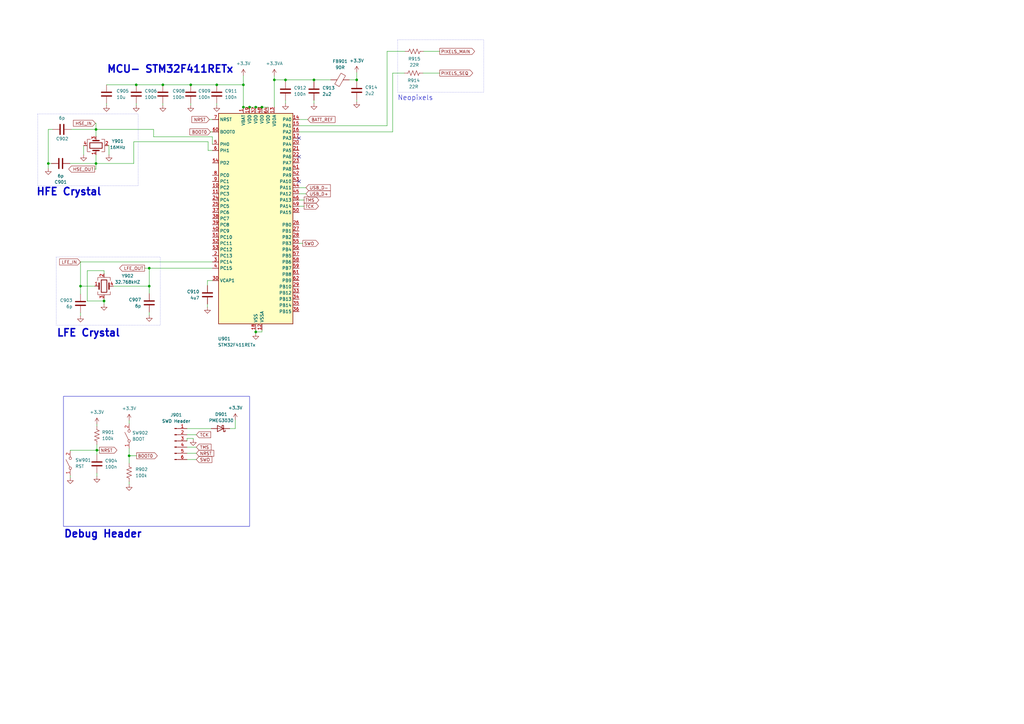
<source format=kicad_sch>
(kicad_sch (version 20231120) (generator "eeschema") (generator_version "8.0")
  (paper "A3")
  (lib_symbols
    (symbol "Connector:Conn_01x06_Pin" (pin_names (offset 1.016) hide)
      (property "Reference" "J" (at 0 7.62 0))
      (property "Value" "Conn_01x06_Pin" (at 0 -10.16 0))
      (symbol "Conn_01x06_Pin_1_1"
        (polyline (pts (xy 1.27 -7.62) (xy 0.8636 -7.62)) (stroke (width 0.1524)))
        (polyline (pts (xy 1.27 -5.08) (xy 0.8636 -5.08)) (stroke (width 0.1524)))
        (polyline (pts (xy 1.27 -2.54) (xy 0.8636 -2.54)) (stroke (width 0.1524)))
        (polyline (pts (xy 1.27 0) (xy 0.8636 0)) (stroke (width 0.1524)))
        (polyline (pts (xy 1.27 2.54) (xy 0.8636 2.54)) (stroke (width 0.1524)))
        (polyline (pts (xy 1.27 5.08) (xy 0.8636 5.08)) (stroke (width 0.1524)))
        (rectangle (start 0.8636 -7.493) (end 0 -7.747) (stroke (width 0.1524)) (fill (type outline)))
        (rectangle (start 0.8636 -4.953) (end 0 -5.207) (stroke (width 0.1524)) (fill (type outline)))
        (rectangle (start 0.8636 -2.413) (end 0 -2.667) (stroke (width 0.1524)) (fill (type outline)))
        (rectangle (start 0.8636 0.127) (end 0 -0.127) (stroke (width 0.1524)) (fill (type outline)))
        (rectangle (start 0.8636 2.667) (end 0 2.413) (stroke (width 0.1524)) (fill (type outline)))
        (rectangle (start 0.8636 5.207) (end 0 4.953) (stroke (width 0.1524)) (fill (type outline)))
        (pin passive line (at 5.08 5.08 180) (length 3.81) (name "Pin_1") (number "1"))
        (pin passive line (at 5.08 2.54 180) (length 3.81) (name "Pin_2") (number "2"))
        (pin passive line (at 5.08 0 180) (length 3.81) (name "Pin_3") (number "3"))
        (pin passive line (at 5.08 -2.54 180) (length 3.81) (name "Pin_4") (number "4"))
        (pin passive line (at 5.08 -5.08 180) (length 3.81) (name "Pin_5") (number "5"))
        (pin passive line (at 5.08 -7.62 180) (length 3.81) (name "Pin_6") (number "6"))
      )
    )
    (symbol "Device:C" (pin_numbers hide) (pin_names (offset 0.254))
      (property "Reference" "C" (at 0.635 2.54 0))
      (property "Value" "C" (at 0.635 -2.54 0))
      (symbol "C_0_1"
        (polyline (pts (xy -2.032 -0.762) (xy 2.032 -0.762)) (stroke (width 0.508)))
        (polyline (pts (xy -2.032 0.762) (xy 2.032 0.762)) (stroke (width 0.508)))
      )
      (symbol "C_1_1"
        (pin passive line (at 0 3.81 270) (length 2.794) (name "~") (number "1"))
        (pin passive line (at 0 -3.81 90) (length 2.794) (name "~") (number "2"))
      )
    )
    (symbol "Device:Crystal_GND23" (pin_names (offset 1.016) hide)
      (property "Reference" "Y" (at 3.175 5.08 0))
      (property "Value" "Crystal_GND23" (at 3.175 3.175 0))
      (symbol "Crystal_GND23_0_1"
        (rectangle (start -1.143 2.54) (end 1.143 -2.54) (stroke (width 0.3048)))
        (polyline (pts (xy -2.54 0) (xy -2.032 0)))
        (polyline (pts (xy -2.032 -1.27) (xy -2.032 1.27)) (stroke (width 0.508)))
        (polyline (pts (xy 0 -3.81) (xy 0 -3.556)))
        (polyline (pts (xy 0 3.556) (xy 0 3.81)))
        (polyline (pts (xy 2.032 -1.27) (xy 2.032 1.27)) (stroke (width 0.508)))
        (polyline (pts (xy 2.032 0) (xy 2.54 0)))
        (polyline (pts (xy -2.54 -2.286) (xy -2.54 -3.556) (xy 2.54 -3.556) (xy 2.54 -2.286)))
        (polyline (pts (xy -2.54 2.286) (xy -2.54 3.556) (xy 2.54 3.556) (xy 2.54 2.286)))
      )
      (symbol "Crystal_GND23_1_1"
        (pin passive line (at -3.81 0 0) (length 1.27) (name "1") (number "1"))
        (pin passive line (at 0 5.08 270) (length 1.27) (name "2") (number "2"))
        (pin passive line (at 0 -5.08 90) (length 1.27) (name "3") (number "3"))
        (pin passive line (at 3.81 0 180) (length 1.27) (name "4") (number "4"))
      )
    )
    (symbol "Device:Crystal_GND24" (pin_names (offset 1.016) hide)
      (property "Reference" "Y" (at 3.175 5.08 0))
      (property "Value" "Crystal_GND24" (at 3.175 3.175 0))
      (symbol "Crystal_GND24_0_1"
        (rectangle (start -1.143 2.54) (end 1.143 -2.54) (stroke (width 0.3048)))
        (polyline (pts (xy -2.54 0) (xy -2.032 0)))
        (polyline (pts (xy -2.032 -1.27) (xy -2.032 1.27)) (stroke (width 0.508)))
        (polyline (pts (xy 0 -3.81) (xy 0 -3.556)))
        (polyline (pts (xy 0 3.556) (xy 0 3.81)))
        (polyline (pts (xy 2.032 -1.27) (xy 2.032 1.27)) (stroke (width 0.508)))
        (polyline (pts (xy 2.032 0) (xy 2.54 0)))
        (polyline (pts (xy -2.54 -2.286) (xy -2.54 -3.556) (xy 2.54 -3.556) (xy 2.54 -2.286)))
        (polyline (pts (xy -2.54 2.286) (xy -2.54 3.556) (xy 2.54 3.556) (xy 2.54 2.286)))
      )
      (symbol "Crystal_GND24_1_1"
        (pin passive line (at -3.81 0 0) (length 1.27) (name "1") (number "1"))
        (pin passive line (at 0 5.08 270) (length 1.27) (name "2") (number "2"))
        (pin passive line (at 3.81 0 180) (length 1.27) (name "3") (number "3"))
        (pin passive line (at 0 -5.08 90) (length 1.27) (name "4") (number "4"))
      )
    )
    (symbol "Device:D_Schottky" (pin_numbers hide) (pin_names (offset 1.016) hide)
      (property "Reference" "D" (at 0 2.54 0))
      (property "Value" "D_Schottky" (at 0 -2.54 0))
      (symbol "D_Schottky_0_1"
        (polyline (pts (xy 1.27 0) (xy -1.27 0)))
        (polyline (pts (xy 1.27 1.27) (xy 1.27 -1.27) (xy -1.27 0) (xy 1.27 1.27)) (stroke (width 0.254)))
        (polyline (pts (xy -1.905 0.635) (xy -1.905 1.27) (xy -1.27 1.27) (xy -1.27 -1.27) (xy -0.635 -1.27) (xy -0.635 -0.635)) (stroke (width 0.254)))
      )
      (symbol "D_Schottky_1_1"
        (pin passive line (at -3.81 0 0) (length 2.54) (name "K") (number "1"))
        (pin passive line (at 3.81 0 180) (length 2.54) (name "A") (number "2"))
      )
    )
    (symbol "Device:FerriteBead" (pin_numbers hide) (pin_names (offset 0))
      (property "Reference" "FB" (at -3.81 0.635 90))
      (property "Value" "FerriteBead" (at 3.81 0 90))
      (symbol "FerriteBead_0_1"
        (polyline (pts (xy 0 -1.27) (xy 0 -1.2192)))
        (polyline (pts (xy 0 1.27) (xy 0 1.2954)))
        (polyline (pts (xy -2.7686 0.4064) (xy -1.7018 2.2606) (xy 2.7686 -0.3048) (xy 1.6764 -2.159) (xy -2.7686 0.4064)))
      )
      (symbol "FerriteBead_1_1"
        (pin passive line (at 0 3.81 270) (length 2.54) (name "~") (number "1"))
        (pin passive line (at 0 -3.81 90) (length 2.54) (name "~") (number "2"))
      )
    )
    (symbol "Device:R_US" (pin_numbers hide) (pin_names (offset 0))
      (property "Reference" "R" (at 2.54 0 90))
      (property "Value" "R_US" (at -2.54 0 90))
      (symbol "R_US_0_1"
        (polyline (pts (xy 0 -2.286) (xy 0 -2.54)))
        (polyline (pts (xy 0 2.286) (xy 0 2.54)))
        (polyline (pts (xy 0 -0.762) (xy 1.016 -1.143) (xy 0 -1.524) (xy -1.016 -1.905) (xy 0 -2.286)))
        (polyline (pts (xy 0 0.762) (xy 1.016 0.381) (xy 0 0) (xy -1.016 -0.381) (xy 0 -0.762)))
        (polyline (pts (xy 0 2.286) (xy 1.016 1.905) (xy 0 1.524) (xy -1.016 1.143) (xy 0 0.762)))
      )
      (symbol "R_US_1_1"
        (pin passive line (at 0 3.81 270) (length 1.27) (name "~") (number "1"))
        (pin passive line (at 0 -3.81 90) (length 1.27) (name "~") (number "2"))
      )
    )
    (symbol "MCU_ST_STM32F4:STM32F411RETx"
      (property "Reference" "U" (at -15.24 44.45 0))
      (property "Value" "STM32F411RETx" (at 10.16 44.45 0))
      (symbol "STM32F411RETx_0_1"
        (rectangle (start -15.24 -43.18) (end 15.24 43.18) (stroke (width 0.254)) (fill (type background)))
      )
      (symbol "STM32F411RETx_1_1"
        (pin power_in line (at -5.08 45.72 270) (length 2.54) (name "VBAT") (number "1"))
        (pin bidirectional line (at -17.78 12.7 0) (length 2.54) (name "PC2") (number "10"))
        (pin bidirectional line (at -17.78 10.16 0) (length 2.54) (name "PC3") (number "11"))
        (pin power_in line (at 2.54 -45.72 90) (length 2.54) (name "VSSA") (number "12"))
        (pin power_in line (at 7.62 45.72 270) (length 2.54) (name "VDDA") (number "13"))
        (pin bidirectional line (at 17.78 40.64 180) (length 2.54) (name "PA0") (number "14"))
        (pin bidirectional line (at 17.78 38.1 180) (length 2.54) (name "PA1") (number "15"))
        (pin bidirectional line (at 17.78 35.56 180) (length 2.54) (name "PA2") (number "16"))
        (pin bidirectional line (at 17.78 33.02 180) (length 2.54) (name "PA3") (number "17"))
        (pin power_in line (at 0 -45.72 90) (length 2.54) (name "VSS") (number "18"))
        (pin power_in line (at -2.54 45.72 270) (length 2.54) (name "VDD") (number "19"))
        (pin bidirectional line (at -17.78 -15.24 0) (length 2.54) (name "PC13") (number "2"))
        (pin bidirectional line (at 17.78 30.48 180) (length 2.54) (name "PA4") (number "20"))
        (pin bidirectional line (at 17.78 27.94 180) (length 2.54) (name "PA5") (number "21"))
        (pin bidirectional line (at 17.78 25.4 180) (length 2.54) (name "PA6") (number "22"))
        (pin bidirectional line (at 17.78 22.86 180) (length 2.54) (name "PA7") (number "23"))
        (pin bidirectional line (at -17.78 7.62 0) (length 2.54) (name "PC4") (number "24"))
        (pin bidirectional line (at -17.78 5.08 0) (length 2.54) (name "PC5") (number "25"))
        (pin bidirectional line (at 17.78 -2.54 180) (length 2.54) (name "PB0") (number "26"))
        (pin bidirectional line (at 17.78 -5.08 180) (length 2.54) (name "PB1") (number "27"))
        (pin bidirectional line (at 17.78 -7.62 180) (length 2.54) (name "PB2") (number "28"))
        (pin bidirectional line (at 17.78 -27.94 180) (length 2.54) (name "PB10") (number "29"))
        (pin bidirectional line (at -17.78 -17.78 0) (length 2.54) (name "PC14") (number "3"))
        (pin power_out line (at -17.78 -25.4 0) (length 2.54) (name "VCAP1") (number "30"))
        (pin passive line (at 0 -45.72 90) (length 2.54) hide (name "VSS") (number "31"))
        (pin power_in line (at 0 45.72 270) (length 2.54) (name "VDD") (number "32"))
        (pin bidirectional line (at 17.78 -30.48 180) (length 2.54) (name "PB12") (number "33"))
        (pin bidirectional line (at 17.78 -33.02 180) (length 2.54) (name "PB13") (number "34"))
        (pin bidirectional line (at 17.78 -35.56 180) (length 2.54) (name "PB14") (number "35"))
        (pin bidirectional line (at 17.78 -38.1 180) (length 2.54) (name "PB15") (number "36"))
        (pin bidirectional line (at -17.78 2.54 0) (length 2.54) (name "PC6") (number "37"))
        (pin bidirectional line (at -17.78 0 0) (length 2.54) (name "PC7") (number "38"))
        (pin bidirectional line (at -17.78 -2.54 0) (length 2.54) (name "PC8") (number "39"))
        (pin bidirectional line (at -17.78 -20.32 0) (length 2.54) (name "PC15") (number "4"))
        (pin bidirectional line (at -17.78 -5.08 0) (length 2.54) (name "PC9") (number "40"))
        (pin bidirectional line (at 17.78 20.32 180) (length 2.54) (name "PA8") (number "41"))
        (pin bidirectional line (at 17.78 17.78 180) (length 2.54) (name "PA9") (number "42"))
        (pin bidirectional line (at 17.78 15.24 180) (length 2.54) (name "PA10") (number "43"))
        (pin bidirectional line (at 17.78 12.7 180) (length 2.54) (name "PA11") (number "44"))
        (pin bidirectional line (at 17.78 10.16 180) (length 2.54) (name "PA12") (number "45"))
        (pin bidirectional line (at 17.78 7.62 180) (length 2.54) (name "PA13") (number "46"))
        (pin passive line (at 0 -45.72 90) (length 2.54) hide (name "VSS") (number "47"))
        (pin power_in line (at 2.54 45.72 270) (length 2.54) (name "VDD") (number "48"))
        (pin bidirectional line (at 17.78 5.08 180) (length 2.54) (name "PA14") (number "49"))
        (pin bidirectional line (at -17.78 30.48 0) (length 2.54) (name "PH0") (number "5"))
        (pin bidirectional line (at 17.78 2.54 180) (length 2.54) (name "PA15") (number "50"))
        (pin bidirectional line (at -17.78 -7.62 0) (length 2.54) (name "PC10") (number "51"))
        (pin bidirectional line (at -17.78 -10.16 0) (length 2.54) (name "PC11") (number "52"))
        (pin bidirectional line (at -17.78 -12.7 0) (length 2.54) (name "PC12") (number "53"))
        (pin bidirectional line (at -17.78 22.86 0) (length 2.54) (name "PD2") (number "54"))
        (pin bidirectional line (at 17.78 -10.16 180) (length 2.54) (name "PB3") (number "55"))
        (pin bidirectional line (at 17.78 -12.7 180) (length 2.54) (name "PB4") (number "56"))
        (pin bidirectional line (at 17.78 -15.24 180) (length 2.54) (name "PB5") (number "57"))
        (pin bidirectional line (at 17.78 -17.78 180) (length 2.54) (name "PB6") (number "58"))
        (pin bidirectional line (at 17.78 -20.32 180) (length 2.54) (name "PB7") (number "59"))
        (pin bidirectional line (at -17.78 27.94 0) (length 2.54) (name "PH1") (number "6"))
        (pin input line (at -17.78 35.56 0) (length 2.54) (name "BOOT0") (number "60"))
        (pin bidirectional line (at 17.78 -22.86 180) (length 2.54) (name "PB8") (number "61"))
        (pin bidirectional line (at 17.78 -25.4 180) (length 2.54) (name "PB9") (number "62"))
        (pin passive line (at 0 -45.72 90) (length 2.54) hide (name "VSS") (number "63"))
        (pin power_in line (at 5.08 45.72 270) (length 2.54) (name "VDD") (number "64"))
        (pin input line (at -17.78 40.64 0) (length 2.54) (name "NRST") (number "7"))
        (pin bidirectional line (at -17.78 17.78 0) (length 2.54) (name "PC0") (number "8"))
        (pin bidirectional line (at -17.78 15.24 0) (length 2.54) (name "PC1") (number "9"))
      )
    )
    (symbol "Switch:SW_SPST" (pin_names (offset 0) hide)
      (property "Reference" "SW" (at 0 3.175 0))
      (property "Value" "SW_SPST" (at 0 -2.54 0))
      (symbol "SW_SPST_0_0"
        (circle (center -2.032 0) (radius 0.508))
        (polyline (pts (xy -1.524 0.254) (xy 1.524 1.778)))
        (circle (center 2.032 0) (radius 0.508))
      )
      (symbol "SW_SPST_1_1"
        (pin passive line (at -5.08 0 0) (length 2.54) (name "A") (number "1"))
        (pin passive line (at 5.08 0 180) (length 2.54) (name "B") (number "2"))
      )
    )
    (symbol "power:+3.3V" (power) (pin_names (offset 0))
      (property "Value" "+3.3V" (at 0 3.556 0))
      (symbol "+3.3V_0_1"
        (polyline (pts (xy -0.762 1.27) (xy 0 2.54)))
        (polyline (pts (xy 0 0) (xy 0 2.54)))
        (polyline (pts (xy 0 2.54) (xy 0.762 1.27)))
      )
      (symbol "+3.3V_1_1"
        (pin power_in line (at 0 0 90) (length 0) hide (name "+3.3V") (number "1"))
      )
    )
    (symbol "power:+3.3VA" (power) (pin_names (offset 0))
      (property "Value" "+3.3VA" (at 0 3.556 0))
      (symbol "+3.3VA_0_1"
        (polyline (pts (xy -0.762 1.27) (xy 0 2.54)))
        (polyline (pts (xy 0 0) (xy 0 2.54)))
        (polyline (pts (xy 0 2.54) (xy 0.762 1.27)))
      )
      (symbol "+3.3VA_1_1"
        (pin power_in line (at 0 0 90) (length 0) hide (name "+3.3VA") (number "1"))
      )
    )
    (symbol "power:GND" (power) (pin_names (offset 0))
      (symbol "GND_0_1"
        (polyline (pts (xy 0 0) (xy 0 -1.27) (xy 1.27 -1.27) (xy 0 -2.54) (xy -1.27 -1.27) (xy 0 -1.27)))
      )
      (symbol "GND_1_1"
        (pin power_in line (at 0 0 270) (length 0) hide (name "GND") (number "1"))
      )
    )
  )
  (junction (at 146.304 32.766))
  (junction (at 39.751 184.658))
  (junction (at 78.232 34.798))
  (junction (at 99.822 34.798))
  (junction (at 66.802 34.798))
  (junction (at 39.37 53.086))
  (junction (at 99.822 43.942))
  (junction (at 33.02 117.348))
  (junction (at 102.362 43.942))
  (junction (at 52.959 186.944))
  (junction (at 107.442 43.942))
  (junction (at 55.88 34.798))
  (junction (at 112.522 32.766))
  (junction (at 88.9 34.798))
  (junction (at 104.902 136.144))
  (junction (at 39.37 67.056))
  (junction (at 42.672 123.444))
  (junction (at 61.214 109.982))
  (junction (at 19.812 67.056))
  (junction (at 117.094 32.766))
  (junction (at 104.902 43.942))
  (junction (at 128.778 32.766))
  (junction (at 61.214 117.348))
  (no_connect (at 122.682 74.422))
  (no_connect (at 122.682 64.262))
  (no_connect (at 122.682 56.642))
  (wire (pts (xy 52.959 172.466) (xy 52.959 173.736)))
  (wire (pts (xy 99.822 43.942) (xy 102.362 43.942)))
  (wire (pts (xy 39.37 53.086) (xy 39.37 55.88)))
  (wire (pts (xy 61.214 128.016) (xy 61.214 129.286)))
  (wire (pts (xy 99.822 30.988) (xy 99.822 34.798)))
  (wire (pts (xy 117.094 32.766) (xy 117.094 33.528)))
  (wire (pts (xy 33.02 107.442) (xy 87.122 107.442)))
  (wire (pts (xy 96.52 175.768) (xy 96.52 172.212)))
  (wire (pts (xy 43.688 42.418) (xy 43.688 43.18)))
  (wire (pts (xy 76.708 180.848) (xy 76.708 179.832)))
  (wire (pts (xy 38.862 69.342) (xy 39.37 69.342)))
  (wire (pts (xy 117.094 32.766) (xy 128.778 32.766)))
  (wire (pts (xy 62.992 56.134) (xy 87.122 56.134)))
  (wire (pts (xy 44.704 59.69) (xy 44.45 59.69)))
  (wire (pts (xy 76.708 183.388) (xy 80.518 183.388)))
  (wire (pts (xy 61.214 109.982) (xy 61.214 117.348)))
  (wire (pts (xy 99.822 34.798) (xy 99.822 43.942)))
  (wire (pts (xy 102.362 43.942) (xy 104.902 43.942)))
  (wire (pts (xy 104.902 135.382) (xy 104.902 136.144)))
  (wire (pts (xy 39.37 53.086) (xy 62.992 53.086)))
  (wire (pts (xy 143.256 32.766) (xy 146.304 32.766)))
  (wire (pts (xy 78.232 34.798) (xy 88.9 34.798)))
  (wire (pts (xy 35.814 110.998) (xy 35.814 123.444)))
  (wire (pts (xy 112.522 30.988) (xy 112.522 32.766)))
  (wire (pts (xy 122.682 79.502) (xy 125.476 79.502)))
  (wire (pts (xy 107.442 135.382) (xy 107.442 136.144)))
  (wire (pts (xy 66.802 34.798) (xy 78.232 34.798)))
  (wire (pts (xy 112.522 32.766) (xy 112.522 43.942)))
  (wire (pts (xy 19.812 67.056) (xy 19.812 53.086)))
  (wire (pts (xy 88.9 34.798) (xy 99.822 34.798)))
  (wire (pts (xy 85.344 61.722) (xy 85.344 58.166)))
  (wire (pts (xy 104.902 136.144) (xy 104.902 136.652)))
  (wire (pts (xy 28.829 184.658) (xy 39.751 184.658)))
  (wire (pts (xy 173.736 21.082) (xy 180.34 21.082)))
  (wire (pts (xy 39.751 182.372) (xy 39.751 184.658)))
  (wire (pts (xy 122.682 99.822) (xy 124.206 99.822)))
  (wire (pts (xy 42.672 122.428) (xy 42.672 123.444)))
  (wire (pts (xy 128.778 32.766) (xy 135.636 32.766)))
  (wire (pts (xy 43.688 34.798) (xy 55.88 34.798)))
  (wire (pts (xy 85.09 124.714) (xy 85.09 125.984)))
  (wire (pts (xy 86.36 54.102) (xy 87.122 54.102)))
  (wire (pts (xy 33.02 117.348) (xy 33.02 120.65)))
  (wire (pts (xy 28.829 195.072) (xy 28.829 195.834)))
  (wire (pts (xy 42.672 110.998) (xy 35.814 110.998)))
  (wire (pts (xy 158.75 51.562) (xy 122.682 51.562)))
  (wire (pts (xy 33.02 128.27) (xy 33.02 129.54)))
  (wire (pts (xy 173.482 29.972) (xy 180.34 29.972)))
  (wire (pts (xy 146.304 29.718) (xy 146.304 32.766)))
  (wire (pts (xy 19.812 53.086) (xy 21.59 53.086)))
  (wire (pts (xy 161.036 29.972) (xy 165.862 29.972)))
  (wire (pts (xy 79.248 179.832) (xy 79.248 180.213)))
  (wire (pts (xy 107.442 136.144) (xy 104.902 136.144)))
  (wire (pts (xy 158.75 21.082) (xy 166.116 21.082)))
  (wire (pts (xy 39.37 67.056) (xy 54.864 67.056)))
  (wire (pts (xy 52.959 186.944) (xy 56.007 186.944)))
  (wire (pts (xy 52.959 183.896) (xy 52.959 186.944)))
  (wire (pts (xy 128.778 41.148) (xy 128.778 42.418)))
  (wire (pts (xy 39.751 194.056) (xy 39.751 195.326)))
  (wire (pts (xy 28.829 184.912) (xy 28.829 184.658)))
  (wire (pts (xy 76.708 179.832) (xy 79.248 179.832)))
  (wire (pts (xy 52.959 186.944) (xy 52.959 189.992)))
  (wire (pts (xy 161.036 54.102) (xy 161.036 29.972)))
  (wire (pts (xy 29.21 53.086) (xy 39.37 53.086)))
  (wire (pts (xy 78.232 42.418) (xy 78.232 43.18)))
  (wire (pts (xy 39.37 63.5) (xy 39.37 67.056)))
  (wire (pts (xy 76.708 175.768) (xy 86.614 175.768)))
  (wire (pts (xy 158.75 51.562) (xy 158.75 21.082)))
  (wire (pts (xy 87.122 61.722) (xy 85.344 61.722)))
  (wire (pts (xy 76.708 178.308) (xy 80.518 178.308)))
  (wire (pts (xy 62.992 53.086) (xy 62.992 56.134)))
  (wire (pts (xy 38.862 117.348) (xy 33.02 117.348)))
  (wire (pts (xy 128.778 32.766) (xy 128.778 33.528)))
  (wire (pts (xy 42.672 123.444) (xy 42.672 124.714)))
  (wire (pts (xy 39.37 67.056) (xy 39.37 69.342)))
  (wire (pts (xy 35.814 123.444) (xy 42.672 123.444)))
  (wire (pts (xy 39.116 50.546) (xy 39.37 50.546)))
  (wire (pts (xy 76.708 185.928) (xy 80.518 185.928)))
  (wire (pts (xy 85.09 117.094) (xy 85.09 115.062)))
  (wire (pts (xy 146.304 40.894) (xy 146.304 41.656)))
  (wire (pts (xy 122.682 76.962) (xy 125.476 76.962)))
  (wire (pts (xy 107.442 43.942) (xy 109.982 43.942)))
  (wire (pts (xy 55.88 42.418) (xy 55.88 43.18)))
  (wire (pts (xy 19.812 67.056) (xy 21.082 67.056)))
  (wire (pts (xy 61.214 117.348) (xy 61.214 120.396)))
  (wire (pts (xy 117.094 41.148) (xy 117.094 42.418)))
  (wire (pts (xy 122.682 82.042) (xy 124.714 82.042)))
  (wire (pts (xy 76.708 188.468) (xy 80.518 188.468)))
  (wire (pts (xy 94.234 175.768) (xy 96.52 175.768)))
  (wire (pts (xy 59.309 109.982) (xy 61.214 109.982)))
  (wire (pts (xy 28.702 67.056) (xy 39.37 67.056)))
  (wire (pts (xy 42.672 112.268) (xy 42.672 110.998)))
  (wire (pts (xy 85.344 58.166) (xy 54.864 58.166)))
  (wire (pts (xy 85.09 115.062) (xy 87.122 115.062)))
  (wire (pts (xy 33.02 107.442) (xy 33.02 117.348)))
  (wire (pts (xy 54.864 58.166) (xy 54.864 67.056)))
  (wire (pts (xy 122.682 49.022) (xy 126.238 49.022)))
  (wire (pts (xy 122.682 54.102) (xy 161.036 54.102)))
  (wire (pts (xy 39.751 173.99) (xy 39.751 174.752)))
  (wire (pts (xy 39.37 50.546) (xy 39.37 53.086)))
  (wire (pts (xy 61.214 117.348) (xy 46.482 117.348)))
  (wire (pts (xy 39.751 184.658) (xy 39.751 186.436)))
  (wire (pts (xy 85.852 49.022) (xy 87.122 49.022)))
  (wire (pts (xy 55.88 34.798) (xy 66.802 34.798)))
  (wire (pts (xy 34.29 59.69) (xy 34.29 63.5)))
  (wire (pts (xy 52.959 197.612) (xy 52.959 198.628)))
  (wire (pts (xy 112.522 32.766) (xy 117.094 32.766)))
  (wire (pts (xy 87.122 56.134) (xy 87.122 59.182)))
  (wire (pts (xy 44.704 63.5) (xy 44.704 59.69)))
  (wire (pts (xy 104.902 43.942) (xy 107.442 43.942)))
  (wire (pts (xy 19.812 69.088) (xy 19.812 67.056)))
  (wire (pts (xy 122.682 84.582) (xy 124.714 84.582)))
  (wire (pts (xy 66.802 42.418) (xy 66.802 43.18)))
  (wire (pts (xy 146.304 32.766) (xy 146.304 33.274)))
  (wire (pts (xy 88.9 42.418) (xy 88.9 43.18)))
  (wire (pts (xy 39.751 184.658) (xy 40.767 184.658)))
  (wire (pts (xy 61.214 109.982) (xy 87.122 109.982)))
  (rectangle (start 163.068 16.256) (end 198.374 37.846) (stroke (width 0) (type dot)))
  (rectangle (start 23.114 105.41) (end 65.786 133.35) (stroke (width 0) (type dot)))
  (rectangle (start 15.494 46.736) (end 56.642 76.2) (stroke (width 0) (type dot)))
  (rectangle (start 26.035 162.56) (end 102.362 215.9))
  (text "Debug Header" (at 26.035 220.853 0) (effects (font (size 3 3) (thickness 0.6) (bold yes)) (justify left bottom)))
  (text "LFE Crystal" (at 23.114 138.43 0) (effects (font (size 3 3) (thickness 0.6) (bold yes)) (justify left bottom)))
  (text "MCU- STM32F411RETx" (at 43.688 30.226 0) (effects (font (size 3 3) (thickness 0.6) (bold yes)) (justify left bottom)))
  (text "HFE Crystal" (at 14.732 80.518 0) (effects (font (size 3 3) (thickness 0.6) (bold yes)) (justify left bottom)))
  (text "Neopixels" (at 163.068 41.402 0) (effects (font (size 2 2)) (justify left bottom)))
  (global_label "SWO" (shape output) (at 124.206 99.822 0) (property "Intersheetrefs" "${INTERSHEET_REFS}" (effects (hide yes))))
  (global_label "TMS" (shape output) (at 124.714 82.042 0) (property "Intersheetrefs" "${INTERSHEET_REFS}" (effects (hide yes))))
  (global_label "PIXELS_SEQ" (shape output) (at 180.34 29.972 0) (property "Intersheetrefs" "${INTERSHEET_REFS}" (effects (hide yes))))
  (global_label "TCK" (shape input) (at 80.518 178.308 0) (property "Intersheetrefs" "${INTERSHEET_REFS}" (effects (hide yes))))
  (global_label "NRST" (shape output) (at 40.767 184.658 0) (property "Intersheetrefs" "${INTERSHEET_REFS}" (effects (hide yes))))
  (global_label "HSE_OUT" (shape output) (at 38.862 69.342 180) (property "Intersheetrefs" "${INTERSHEET_REFS}" (effects (hide yes))))
  (global_label "HSE_IN" (shape input) (at 39.116 50.546 180) (property "Intersheetrefs" "${INTERSHEET_REFS}" (effects (hide yes))))
  (global_label "TMS" (shape input) (at 80.518 183.388 0) (property "Intersheetrefs" "${INTERSHEET_REFS}" (effects (hide yes))))
  (global_label "BOOT0" (shape input) (at 86.36 54.102 180) (property "Intersheetrefs" "${INTERSHEET_REFS}" (effects (hide yes))))
  (global_label "BOOT0" (shape output) (at 56.007 186.944 0) (property "Intersheetrefs" "${INTERSHEET_REFS}" (effects (hide yes))))
  (global_label "BATT_REF" (shape input) (at 126.238 49.022 0) (property "Intersheetrefs" "${INTERSHEET_REFS}" (effects (hide yes))))
  (global_label "LFE_OUT" (shape output) (at 59.309 109.982 180) (property "Intersheetrefs" "${INTERSHEET_REFS}" (effects (hide yes))))
  (global_label "SWO" (shape input) (at 80.518 188.468 0) (property "Intersheetrefs" "${INTERSHEET_REFS}" (effects (hide yes))))
  (global_label "NRST" (shape input) (at 80.518 185.928 0) (property "Intersheetrefs" "${INTERSHEET_REFS}" (effects (hide yes))))
  (global_label "LFE_IN" (shape input) (at 33.02 107.442 180) (property "Intersheetrefs" "${INTERSHEET_REFS}" (effects (hide yes))))
  (global_label "USB_D+" (shape input) (at 125.476 79.502 0) (property "Intersheetrefs" "${INTERSHEET_REFS}" (effects (hide yes))))
  (global_label "TCK" (shape output) (at 124.714 84.582 0) (property "Intersheetrefs" "${INTERSHEET_REFS}" (effects (hide yes))))
  (global_label "PIXELS_MAIN" (shape output) (at 180.34 21.082 0) (property "Intersheetrefs" "${INTERSHEET_REFS}" (effects (hide yes))))
  (global_label "USB_D-" (shape input) (at 125.476 76.962 0) (property "Intersheetrefs" "${INTERSHEET_REFS}" (effects (hide yes))))
  (global_label "NRST" (shape input) (at 85.852 49.022 180) (property "Intersheetrefs" "${INTERSHEET_REFS}" (effects (hide yes))))
  (symbol (lib_id "power:GND") (at 28.829 195.834 0) (mirror y) (unit 1)
    (property "Reference" "#PWR0902" (effects (hide yes)))
    (property "Value" "GND" (effects (hide yes)))
  )
  (symbol (lib_id "Device:FerriteBead") (at 139.446 32.766 270) (unit 1)
    (property "Reference" "FB901" (at 139.4968 25.146 90))
    (property "Value" "90R" (at 139.4968 27.686 90))
    (property "Footprint" "Inductor_SMD:L_0805_2012Metric" (effects (hide yes)))
  )
  (symbol (lib_id "power:GND") (at 61.214 129.286 0) (unit 1)
    (property "Reference" "#PWR0913" (effects (hide yes)))
    (property "Value" "GND" (effects (hide yes)))
  )
  (symbol (lib_id "Device:C") (at 85.09 120.904 0) (unit 1)
    (property "Reference" "C910" (at 81.788 119.634 0) (effects (justify right)))
    (property "Value" "4u7" (at 81.788 122.174 0) (effects (justify right)))
    (property "Footprint" "Capacitor_SMD:C_0805_2012Metric" (effects (hide yes)))
  )
  (symbol (lib_id "Device:R_US") (at 39.751 178.562 0) (unit 1)
    (property "Reference" "R901" (at 41.783 177.292 0) (effects (justify left)))
    (property "Value" "100k" (at 41.783 179.832 0) (effects (justify left)))
    (property "Footprint" "Resistor_SMD:R_0805_2012Metric" (effects (hide yes)))
  )
  (symbol (lib_id "Device:R_US") (at 52.959 193.802 0) (unit 1)
    (property "Reference" "R902" (at 55.499 192.532 0) (effects (justify left)))
    (property "Value" "100k" (at 55.499 195.072 0) (effects (justify left)))
    (property "Footprint" "Resistor_SMD:R_0805_2012Metric" (effects (hide yes)))
  )
  (symbol (lib_id "power:GND") (at 104.902 136.652 0) (unit 1)
    (property "Reference" "#PWR0921" (effects (hide yes)))
    (property "Value" "GND" (effects (hide yes)))
  )
  (symbol (lib_id "Device:C") (at 146.304 37.084 0) (unit 1)
    (property "Reference" "C914" (at 149.733 35.814 0) (effects (justify left)))
    (property "Value" "2u2" (at 149.733 38.354 0) (effects (justify left)))
    (property "Footprint" "Capacitor_SMD:C_0805_2012Metric" (effects (hide yes)))
  )
  (symbol (lib_id "power:+3.3V") (at 146.304 29.718 0) (unit 1)
    (property "Reference" "#PWR0925" (effects (hide yes)))
    (property "Value" "+3.3V" (at 146.304 24.892 0))
  )
  (symbol (lib_id "Device:C") (at 24.892 67.056 90) (mirror x) (unit 1)
    (property "Reference" "C901" (at 24.892 74.676 90))
    (property "Value" "6p" (at 24.892 72.136 90))
    (property "Footprint" "Capacitor_SMD:C_0805_2012Metric" (effects (hide yes)))
  )
  (symbol (lib_id "power:GND") (at 85.09 125.984 0) (unit 1)
    (property "Reference" "#PWR0918" (effects (hide yes)))
    (property "Value" "GND" (effects (hide yes)))
  )
  (symbol (lib_id "power:GND") (at 79.248 180.213 0) (unit 1)
    (property "Reference" "#PWR0915" (effects (hide yes)))
    (property "Value" "GND" (effects (hide yes)))
  )
  (symbol (lib_id "power:GND") (at 88.9 43.18 0) (unit 1)
    (property "Reference" "#PWR0919" (effects (hide yes)))
    (property "Value" "GND" (effects (hide yes)))
  )
  (symbol (lib_id "Device:C") (at 128.778 37.338 0) (unit 1)
    (property "Reference" "C913" (at 132.207 36.068 0) (effects (justify left)))
    (property "Value" "2u2" (at 132.207 38.608 0) (effects (justify left)))
    (property "Footprint" "Capacitor_SMD:C_0805_2012Metric" (effects (hide yes)))
  )
  (symbol (lib_id "power:+3.3V") (at 52.959 172.466 0) (unit 1)
    (property "Reference" "#PWR0910" (effects (hide yes)))
    (property "Value" "+3.3V" (at 52.959 167.513 0))
  )
  (symbol (lib_id "Device:C") (at 25.4 53.086 90) (unit 1)
    (property "Reference" "C902" (at 25.527 56.896 90))
    (property "Value" "6p" (at 25.4 48.387 90))
    (property "Footprint" "Capacitor_SMD:C_0805_2012Metric" (effects (hide yes)))
  )
  (symbol (lib_id "Device:R_US") (at 169.926 21.082 90) (unit 1)
    (property "Reference" "R915" (at 169.926 24.13 90))
    (property "Value" "22R" (at 169.926 26.67 90))
    (property "Footprint" "Resistor_SMD:R_0805_2012Metric" (effects (hide yes)))
    (property "Description" "Resistor, US symbol" (effects (hide yes)))
  )
  (symbol (lib_id "Device:C") (at 66.802 38.608 0) (unit 1)
    (property "Reference" "C908" (at 70.739 37.338 0) (effects (justify left)))
    (property "Value" "100n" (at 70.739 39.878 0) (effects (justify left)))
    (property "Footprint" "Capacitor_SMD:C_0805_2012Metric" (effects (hide yes)))
  )
  (symbol (lib_id "power:GND") (at 117.094 42.418 0) (unit 1)
    (property "Reference" "#PWR0923" (effects (hide yes)))
    (property "Value" "GND" (effects (hide yes)))
  )
  (symbol (lib_id "power:GND") (at 55.88 43.18 0) (unit 1)
    (property "Reference" "#PWR0912" (effects (hide yes)))
    (property "Value" "GND" (effects (hide yes)))
  )
  (symbol (lib_id "Device:C") (at 55.88 38.608 0) (unit 1)
    (property "Reference" "C906" (at 59.309 37.338 0) (effects (justify left)))
    (property "Value" "100n" (at 59.309 39.878 0) (effects (justify left)))
    (property "Footprint" "Capacitor_SMD:C_0805_2012Metric" (effects (hide yes)))
  )
  (symbol (lib_id "power:GND") (at 52.959 198.628 0) (mirror y) (unit 1)
    (property "Reference" "#PWR0911" (effects (hide yes)))
    (property "Value" "GND" (effects (hide yes)))
  )
  (symbol (lib_id "Device:C") (at 88.9 38.608 0) (unit 1)
    (property "Reference" "C911" (at 92.202 37.338 0) (effects (justify left)))
    (property "Value" "100n" (at 92.202 39.878 0) (effects (justify left)))
    (property "Footprint" "Capacitor_SMD:C_0805_2012Metric" (effects (hide yes)))
  )
  (symbol (lib_id "Device:C") (at 33.02 124.46 0) (unit 1)
    (property "Reference" "C903" (at 29.718 123.19 0) (effects (justify right)))
    (property "Value" "6p" (at 29.718 125.73 0) (effects (justify right)))
    (property "Footprint" "Capacitor_SMD:C_0805_2012Metric" (effects (hide yes)))
  )
  (symbol (lib_id "power:GND") (at 78.232 43.18 0) (unit 1)
    (property "Reference" "#PWR0917" (effects (hide yes)))
    (property "Value" "GND" (effects (hide yes)))
  )
  (symbol (lib_id "Device:Crystal_GND23") (at 42.672 117.348 0) (unit 1)
    (property "Reference" "Y902" (at 52.324 113.1571 0))
    (property "Value" "32.768kHZ" (at 52.324 115.6971 0))
    (property "Footprint" "Crystal:Crystal_SMD_SeikoEpson_MC306-4Pin_8.0x3.2mm" (effects (hide yes)))
  )
  (symbol (lib_id "Device:C") (at 61.214 124.206 0) (unit 1)
    (property "Reference" "C907" (at 57.912 122.936 0) (effects (justify right)))
    (property "Value" "6p" (at 57.912 125.476 0) (effects (justify right)))
    (property "Footprint" "Capacitor_SMD:C_0805_2012Metric" (effects (hide yes)))
  )
  (symbol (lib_id "Connector:Conn_01x06_Pin") (at 71.628 180.848 0) (unit 1)
    (property "Reference" "J901" (at 72.263 170.18 0))
    (property "Value" "SWD Header" (at 72.263 172.72 0))
    (property "Footprint" "Connector_PinHeader_2.54mm:PinHeader_1x06_P2.54mm_Vertical" (effects (hide yes)))
  )
  (symbol (lib_id "Device:R_US") (at 169.672 29.972 90) (unit 1)
    (property "Reference" "R914" (at 169.672 33.02 90))
    (property "Value" "22R" (at 169.672 35.56 90))
    (property "Footprint" "Resistor_SMD:R_0805_2012Metric" (effects (hide yes)))
    (property "Description" "Resistor, US symbol" (effects (hide yes)))
  )
  (symbol (lib_id "power:GND") (at 39.751 195.326 0) (mirror y) (unit 1)
    (property "Reference" "#PWR0906" (effects (hide yes)))
    (property "Value" "GND" (effects (hide yes)))
  )
  (symbol (lib_id "Device:D_Schottky") (at 90.424 175.768 180) (unit 1)
    (property "Reference" "D901" (at 90.7415 169.926 0))
    (property "Value" "PMEG3030" (at 90.7415 172.466 0))
    (property "Footprint" "Diode_SMD:D_SOD-123" (effects (hide yes)))
  )
  (symbol (lib_id "power:GND") (at 19.812 69.088 0) (unit 1)
    (property "Reference" "#PWR0901" (effects (hide yes)))
    (property "Value" "GND" (effects (hide yes)))
  )
  (symbol (lib_id "Device:C") (at 39.751 190.246 0) (mirror y) (unit 1)
    (property "Reference" "C904" (at 43.053 188.976 0) (effects (justify right)))
    (property "Value" "100n" (at 43.053 191.516 0) (effects (justify right)))
    (property "Footprint" "Capacitor_SMD:C_0805_2012Metric" (effects (hide yes)))
  )
  (symbol (lib_id "power:GND") (at 42.672 124.714 0) (unit 1)
    (property "Reference" "#PWR0907" (effects (hide yes)))
    (property "Value" "GND" (effects (hide yes)))
  )
  (symbol (lib_id "Device:C") (at 78.232 38.608 0) (unit 1)
    (property "Reference" "C909" (at 81.28 37.338 0) (effects (justify left)))
    (property "Value" "100n" (at 81.28 39.878 0) (effects (justify left)))
    (property "Footprint" "Capacitor_SMD:C_0805_2012Metric" (effects (hide yes)))
  )
  (symbol (lib_id "power:GND") (at 33.02 129.54 0) (unit 1)
    (property "Reference" "#PWR0903" (effects (hide yes)))
    (property "Value" "GND" (effects (hide yes)))
  )
  (symbol (lib_id "power:GND") (at 34.29 63.5 0) (unit 1)
    (property "Reference" "#PWR0904" (effects (hide yes)))
    (property "Value" "GND" (effects (hide yes)))
  )
  (symbol (lib_id "power:GND") (at 66.802 43.18 0) (unit 1)
    (property "Reference" "#PWR0914" (effects (hide yes)))
    (property "Value" "GND" (effects (hide yes)))
  )
  (symbol (lib_id "Device:C") (at 43.688 38.608 0) (unit 1)
    (property "Reference" "C905" (at 47.752 37.338 0) (effects (justify left)))
    (property "Value" "10u" (at 47.752 39.878 0) (effects (justify left)))
    (property "Footprint" "Capacitor_SMD:C_0805_2012Metric" (effects (hide yes)))
  )
  (symbol (lib_id "power:GND") (at 146.304 41.656 0) (unit 1)
    (property "Reference" "#PWR0926" (effects (hide yes)))
    (property "Value" "GND" (effects (hide yes)))
  )
  (symbol (lib_id "Device:C") (at 117.094 37.338 0) (unit 1)
    (property "Reference" "C912" (at 120.523 36.068 0) (effects (justify left)))
    (property "Value" "100n" (at 120.523 38.608 0) (effects (justify left)))
    (property "Footprint" "Capacitor_SMD:C_0805_2012Metric" (effects (hide yes)))
  )
  (symbol (lib_id "Device:Crystal_GND24") (at 39.37 59.69 270) (mirror x) (unit 1)
    (property "Reference" "Y901" (at 48.26 57.912 90))
    (property "Value" "16MHz" (at 48.26 60.452 90))
    (property "Footprint" "Crystal:Crystal_SMD_EuroQuartz_MT-4Pin_3.2x2.5mm" (effects (hide yes)))
  )
  (symbol (lib_id "power:GND") (at 43.688 43.18 0) (unit 1)
    (property "Reference" "#PWR0908" (effects (hide yes)))
    (property "Value" "GND" (effects (hide yes)))
  )
  (symbol (lib_id "power:+3.3V") (at 96.52 172.212 0) (unit 1)
    (property "Reference" "#PWR0916" (effects (hide yes)))
    (property "Value" "+3.3V" (at 96.52 167.259 0))
  )
  (symbol (lib_id "power:GND") (at 44.704 63.5 0) (unit 1)
    (property "Reference" "#PWR0909" (effects (hide yes)))
    (property "Value" "GND" (effects (hide yes)))
  )
  (symbol (lib_id "power:GND") (at 128.778 42.418 0) (unit 1)
    (property "Reference" "#PWR0924" (effects (hide yes)))
    (property "Value" "GND" (effects (hide yes)))
  )
  (symbol (lib_id "power:+3.3V") (at 99.822 30.988 0) (unit 1)
    (property "Reference" "#PWR0920" (effects (hide yes)))
    (property "Value" "+3.3V" (at 99.822 26.035 0))
  )
  (symbol (lib_id "MCU_ST_STM32F4:STM32F411RETx") (at 104.902 89.662 0) (unit 1)
    (property "Reference" "U901" (at 89.408 138.938 0) (effects (justify left)))
    (property "Value" "STM32F411RETx" (at 89.408 141.478 0) (effects (justify left)))
    (property "Footprint" "Package_QFP:LQFP-64_10x10mm_P0.5mm" (effects (hide yes)))
    (property "Datasheet" "https://www.st.com/resource/en/datasheet/stm32f411re.pdf" (effects (hide yes)))
  )
  (symbol (lib_id "power:+3.3VA") (at 112.522 30.988 0) (unit 1)
    (property "Reference" "#PWR0922" (effects (hide yes)))
    (property "Value" "+3.3VA" (at 112.522 26.035 0))
  )
  (symbol (lib_id "Switch:SW_SPST") (at 52.959 178.816 90) (unit 1)
    (property "Reference" "SW902" (at 54.229 177.546 90) (effects (justify right)))
    (property "Value" "BOOT" (at 54.229 180.086 90) (effects (justify right)))
    (property "Footprint" "Button_Switch_SMD:SW_SPST_B3U-1000P" (effects (hide yes)))
  )
  (symbol (lib_id "power:+3.3V") (at 39.751 173.99 0) (unit 1)
    (property "Reference" "#PWR0905" (effects (hide yes)))
    (property "Value" "+3.3V" (at 39.751 169.037 0))
  )
  (symbol (lib_id "Switch:SW_SPST") (at 28.829 189.992 90) (unit 1)
    (property "Reference" "SW901" (at 30.861 188.722 90) (effects (justify right)))
    (property "Value" "RST" (at 30.861 191.262 90) (effects (justify right)))
    (property "Footprint" "Button_Switch_SMD:SW_SPST_B3U-1000P" (effects (hide yes)))
  )
)
</source>
